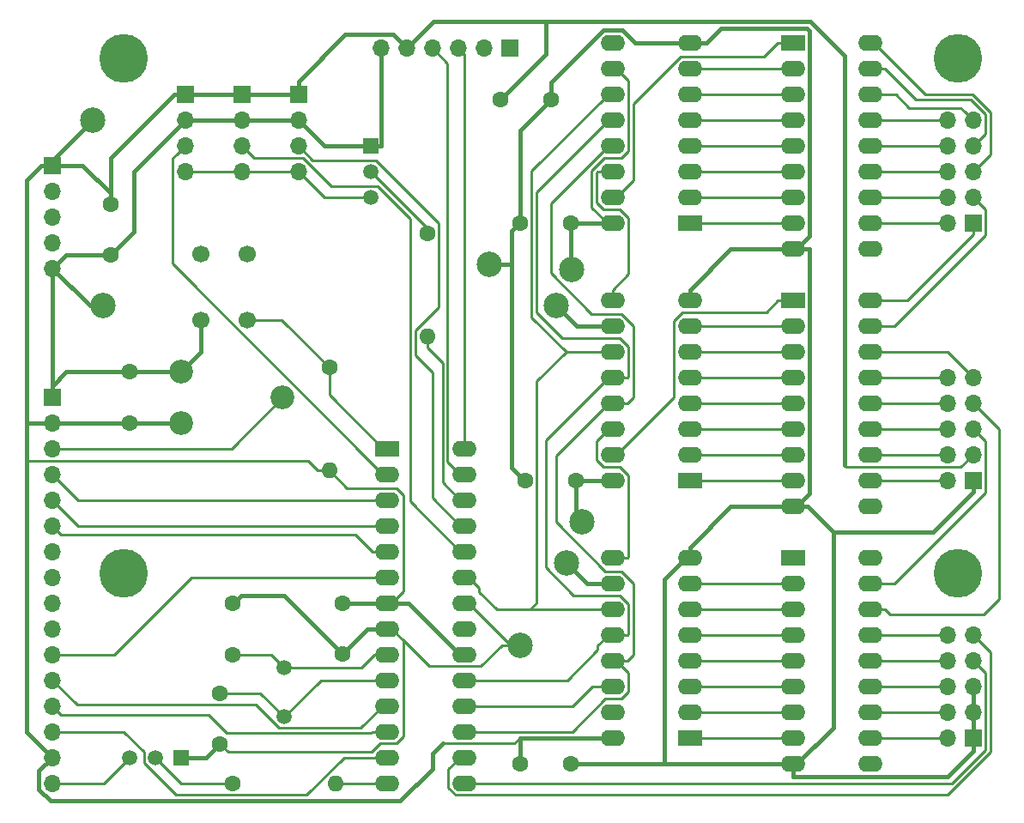
<source format=gtl>
G04 #@! TF.FileFunction,Copper,L1,Top,Signal*
%FSLAX46Y46*%
G04 Gerber Fmt 4.6, Leading zero omitted, Abs format (unit mm)*
G04 Created by KiCad (PCBNEW 4.0.7) date 04/10/18 15:15:30*
%MOMM*%
%LPD*%
G01*
G04 APERTURE LIST*
%ADD10C,0.100000*%
%ADD11C,2.499360*%
%ADD12R,2.400000X1.600000*%
%ADD13O,2.400000X1.600000*%
%ADD14C,4.800000*%
%ADD15R,1.700000X1.700000*%
%ADD16O,1.700000X1.700000*%
%ADD17C,2.340000*%
%ADD18C,1.600000*%
%ADD19C,1.520000*%
%ADD20R,1.520000X1.520000*%
%ADD21O,1.600000X1.600000*%
%ADD22C,1.700000*%
%ADD23C,1.500000*%
%ADD24C,0.450000*%
%ADD25C,0.250000*%
G04 APERTURE END LIST*
D10*
D11*
X66548000Y-79248000D03*
X104648000Y-75184000D03*
X107696000Y-112776000D03*
D12*
X134620000Y-78740000D03*
D13*
X142240000Y-99060000D03*
X134620000Y-81280000D03*
X142240000Y-96520000D03*
X134620000Y-83820000D03*
X142240000Y-93980000D03*
X134620000Y-86360000D03*
X142240000Y-91440000D03*
X134620000Y-88900000D03*
X142240000Y-88900000D03*
X134620000Y-91440000D03*
X142240000Y-86360000D03*
X134620000Y-93980000D03*
X142240000Y-83820000D03*
X134620000Y-96520000D03*
X142240000Y-81280000D03*
X134620000Y-99060000D03*
X142240000Y-78740000D03*
D14*
X68580000Y-105664000D03*
X150876000Y-105664000D03*
X150876000Y-54864000D03*
D12*
X94615000Y-93345000D03*
D13*
X102235000Y-126365000D03*
X94615000Y-95885000D03*
X102235000Y-123825000D03*
X94615000Y-98425000D03*
X102235000Y-121285000D03*
X94615000Y-100965000D03*
X102235000Y-118745000D03*
X94615000Y-103505000D03*
X102235000Y-116205000D03*
X94615000Y-106045000D03*
X102235000Y-113665000D03*
X94615000Y-108585000D03*
X102235000Y-111125000D03*
X94615000Y-111125000D03*
X102235000Y-108585000D03*
X94615000Y-113665000D03*
X102235000Y-106045000D03*
X94615000Y-116205000D03*
X102235000Y-103505000D03*
X94615000Y-118745000D03*
X102235000Y-100965000D03*
X94615000Y-121285000D03*
X102235000Y-98425000D03*
X94615000Y-123825000D03*
X102235000Y-95885000D03*
X94615000Y-126365000D03*
X102235000Y-93345000D03*
D15*
X152400000Y-121920000D03*
D16*
X149860000Y-121920000D03*
X152400000Y-119380000D03*
X149860000Y-119380000D03*
X152400000Y-116840000D03*
X149860000Y-116840000D03*
X152400000Y-114300000D03*
X149860000Y-114300000D03*
X152400000Y-111760000D03*
X149860000Y-111760000D03*
D12*
X134620000Y-53340000D03*
D13*
X142240000Y-73660000D03*
X134620000Y-55880000D03*
X142240000Y-71120000D03*
X134620000Y-58420000D03*
X142240000Y-68580000D03*
X134620000Y-60960000D03*
X142240000Y-66040000D03*
X134620000Y-63500000D03*
X142240000Y-63500000D03*
X134620000Y-66040000D03*
X142240000Y-60960000D03*
X134620000Y-68580000D03*
X142240000Y-58420000D03*
X134620000Y-71120000D03*
X142240000Y-55880000D03*
X134620000Y-73660000D03*
X142240000Y-53340000D03*
D17*
X74295000Y-85805000D03*
X84295000Y-88305000D03*
X74295000Y-90805000D03*
D15*
X61595000Y-88265000D03*
D16*
X61595000Y-90805000D03*
X61595000Y-93345000D03*
X61595000Y-95885000D03*
X61595000Y-98425000D03*
X61595000Y-100965000D03*
X61595000Y-103505000D03*
X61595000Y-106045000D03*
X61595000Y-108585000D03*
X61595000Y-111125000D03*
X61595000Y-113665000D03*
X61595000Y-116205000D03*
X61595000Y-118745000D03*
X61595000Y-121285000D03*
X61595000Y-123825000D03*
X61595000Y-126365000D03*
D18*
X113204000Y-96520000D03*
X108204000Y-96520000D03*
X107696000Y-124460000D03*
X112696000Y-124460000D03*
D15*
X61595000Y-65405000D03*
D16*
X61595000Y-67945000D03*
X61595000Y-70485000D03*
X61595000Y-73025000D03*
X61595000Y-75565000D03*
D15*
X152400000Y-71120000D03*
D16*
X149860000Y-71120000D03*
X152400000Y-68580000D03*
X149860000Y-68580000D03*
X152400000Y-66040000D03*
X149860000Y-66040000D03*
X152400000Y-63500000D03*
X149860000Y-63500000D03*
X152400000Y-60960000D03*
X149860000Y-60960000D03*
D15*
X152400000Y-96520000D03*
D16*
X149860000Y-96520000D03*
X152400000Y-93980000D03*
X149860000Y-93980000D03*
X152400000Y-91440000D03*
X149860000Y-91440000D03*
X152400000Y-88900000D03*
X149860000Y-88900000D03*
X152400000Y-86360000D03*
X149860000Y-86360000D03*
D19*
X71755000Y-123825000D03*
X69215000Y-123825000D03*
D20*
X74295000Y-123825000D03*
D18*
X88900000Y-85344000D03*
D21*
X88900000Y-95504000D03*
D18*
X79375000Y-126365000D03*
D21*
X89535000Y-126365000D03*
D22*
X76272000Y-80668000D03*
X76272000Y-74168000D03*
X80772000Y-80668000D03*
X80772000Y-74168000D03*
D12*
X134620000Y-104140000D03*
D13*
X142240000Y-124460000D03*
X134620000Y-106680000D03*
X142240000Y-121920000D03*
X134620000Y-109220000D03*
X142240000Y-119380000D03*
X134620000Y-111760000D03*
X142240000Y-116840000D03*
X134620000Y-114300000D03*
X142240000Y-114300000D03*
X134620000Y-116840000D03*
X142240000Y-111760000D03*
X134620000Y-119380000D03*
X142240000Y-109220000D03*
X134620000Y-121920000D03*
X142240000Y-106680000D03*
X134620000Y-124460000D03*
X142240000Y-104140000D03*
D23*
X84455000Y-114935000D03*
X84455000Y-119815000D03*
D18*
X112696000Y-71120000D03*
X107696000Y-71120000D03*
X90170000Y-108585000D03*
X90170000Y-113585000D03*
X79375000Y-113665000D03*
X79375000Y-108665000D03*
X78105000Y-117475000D03*
X78105000Y-122475000D03*
X69215000Y-90805000D03*
X69215000Y-85805000D03*
D19*
X92964000Y-66040000D03*
X92964000Y-68580000D03*
D20*
X92964000Y-63500000D03*
D18*
X98552000Y-72136000D03*
D21*
X98552000Y-82296000D03*
D15*
X106680000Y-53848000D03*
D16*
X104140000Y-53848000D03*
X101600000Y-53848000D03*
X99060000Y-53848000D03*
X96520000Y-53848000D03*
X93980000Y-53848000D03*
D18*
X110744000Y-58928000D03*
X105744000Y-58928000D03*
X67310000Y-69215000D03*
X67310000Y-74215000D03*
D12*
X124460000Y-71120000D03*
D13*
X116840000Y-53340000D03*
X124460000Y-68580000D03*
X116840000Y-55880000D03*
X124460000Y-66040000D03*
X116840000Y-58420000D03*
X124460000Y-63500000D03*
X116840000Y-60960000D03*
X124460000Y-60960000D03*
X116840000Y-63500000D03*
X124460000Y-58420000D03*
X116840000Y-66040000D03*
X124460000Y-55880000D03*
X116840000Y-68580000D03*
X124460000Y-53340000D03*
X116840000Y-71120000D03*
D12*
X124460000Y-96520000D03*
D13*
X116840000Y-78740000D03*
X124460000Y-93980000D03*
X116840000Y-81280000D03*
X124460000Y-91440000D03*
X116840000Y-83820000D03*
X124460000Y-88900000D03*
X116840000Y-86360000D03*
X124460000Y-86360000D03*
X116840000Y-88900000D03*
X124460000Y-83820000D03*
X116840000Y-91440000D03*
X124460000Y-81280000D03*
X116840000Y-93980000D03*
X124460000Y-78740000D03*
X116840000Y-96520000D03*
D12*
X124460000Y-121920000D03*
D13*
X116840000Y-104140000D03*
X124460000Y-119380000D03*
X116840000Y-106680000D03*
X124460000Y-116840000D03*
X116840000Y-109220000D03*
X124460000Y-114300000D03*
X116840000Y-111760000D03*
X124460000Y-111760000D03*
X116840000Y-114300000D03*
X124460000Y-109220000D03*
X116840000Y-116840000D03*
X124460000Y-106680000D03*
X116840000Y-119380000D03*
X124460000Y-104140000D03*
X116840000Y-121920000D03*
D15*
X74676000Y-58420000D03*
D16*
X74676000Y-60960000D03*
X74676000Y-63500000D03*
X74676000Y-66040000D03*
D15*
X85852000Y-58420000D03*
D16*
X85852000Y-60960000D03*
X85852000Y-63500000D03*
X85852000Y-66040000D03*
D15*
X80264000Y-58420000D03*
D16*
X80264000Y-60960000D03*
X80264000Y-63500000D03*
X80264000Y-66040000D03*
D11*
X65532000Y-60960000D03*
X112776000Y-75692000D03*
X111252000Y-79248000D03*
X113792000Y-100584000D03*
X112268000Y-104648000D03*
D14*
X68580000Y-54864000D03*
D24*
X61595000Y-75565000D02*
X65278000Y-79248000D01*
X65278000Y-79248000D02*
X66548000Y-79248000D01*
X106896001Y-71919999D02*
X106896001Y-75184000D01*
X106896001Y-75184000D02*
X106896001Y-95212001D01*
X104648000Y-75184000D02*
X106896001Y-75184000D01*
X134620000Y-124460000D02*
X135020000Y-124460000D01*
X135020000Y-124460000D02*
X138610000Y-120870000D01*
X138610000Y-120870000D02*
X138610000Y-101600000D01*
D25*
X102235000Y-108585000D02*
X102635000Y-108585000D01*
X102635000Y-108585000D02*
X106826000Y-112776000D01*
X106826000Y-112776000D02*
X107696000Y-112776000D01*
X107696000Y-112776000D02*
X105928686Y-112776000D01*
X103864676Y-114840010D02*
X98730010Y-114840010D01*
X105928686Y-112776000D02*
X103864676Y-114840010D01*
X98730010Y-114840010D02*
X96190010Y-112300010D01*
X78105000Y-122475000D02*
X78904999Y-123274999D01*
X93918275Y-122460010D02*
X95501705Y-122460010D01*
X78904999Y-123274999D02*
X93103286Y-123274999D01*
X93103286Y-123274999D02*
X93918275Y-122460010D01*
X95501705Y-122460010D02*
X96190010Y-121771705D01*
X96190010Y-121771705D02*
X96190010Y-112300010D01*
X96190010Y-112300010D02*
X95015000Y-111125000D01*
X95015000Y-111125000D02*
X94615000Y-111125000D01*
D24*
X134620000Y-124460000D02*
X134620000Y-125710000D01*
X152400000Y-123220000D02*
X152400000Y-121920000D01*
X134620000Y-125710000D02*
X134645010Y-125735010D01*
X134645010Y-125735010D02*
X149884990Y-125735010D01*
X149884990Y-125735010D02*
X152400000Y-123220000D01*
X124460000Y-53340000D02*
X126110000Y-53340000D01*
X126110000Y-53340000D02*
X127541990Y-51908010D01*
X127541990Y-51908010D02*
X136043012Y-51908010D01*
X136043012Y-51908010D02*
X136295010Y-52160008D01*
X136295010Y-72384990D02*
X135020000Y-73660000D01*
X136295010Y-52160008D02*
X136295010Y-72384990D01*
X135020000Y-73660000D02*
X134620000Y-73660000D01*
X124460000Y-53340000D02*
X119043136Y-53340000D01*
X119043136Y-53340000D02*
X117768126Y-52064990D01*
X115911874Y-52064990D02*
X110744000Y-57232864D01*
X117768126Y-52064990D02*
X115911874Y-52064990D01*
X110744000Y-57232864D02*
X110744000Y-57796630D01*
X110744000Y-57796630D02*
X110744000Y-58928000D01*
X134620000Y-73660000D02*
X136270000Y-73660000D01*
X136270000Y-73660000D02*
X136295010Y-73685010D01*
X136295010Y-73685010D02*
X136295010Y-97784990D01*
X136295010Y-97784990D02*
X135020000Y-99060000D01*
X135020000Y-99060000D02*
X134620000Y-99060000D01*
X112696000Y-124460000D02*
X121920000Y-124460000D01*
X121920000Y-124460000D02*
X134620000Y-124460000D01*
X124460000Y-104140000D02*
X124060000Y-104140000D01*
X124060000Y-104140000D02*
X121920000Y-106280000D01*
X121920000Y-106280000D02*
X121920000Y-124460000D01*
X124060000Y-53340000D02*
X124460000Y-53340000D01*
X110744000Y-58928000D02*
X107696000Y-61976000D01*
X107696000Y-61976000D02*
X107696000Y-71120000D01*
X93980000Y-53848000D02*
X93980000Y-63494000D01*
X93980000Y-63494000D02*
X93974000Y-63500000D01*
X93974000Y-63500000D02*
X92964000Y-63500000D01*
X107696000Y-71120000D02*
X106896001Y-71919999D01*
X107404001Y-95720001D02*
X108204000Y-96520000D01*
X106896001Y-95212001D02*
X107404001Y-95720001D01*
X85852000Y-60960000D02*
X88392000Y-63500000D01*
X88392000Y-63500000D02*
X92964000Y-63500000D01*
X69596000Y-71929000D02*
X69596000Y-66040000D01*
X69596000Y-66040000D02*
X74676000Y-60960000D01*
X67310000Y-74215000D02*
X69596000Y-71929000D01*
X80264000Y-60960000D02*
X85852000Y-60960000D01*
X74676000Y-60960000D02*
X80264000Y-60960000D01*
X69215000Y-85805000D02*
X62955000Y-85805000D01*
X62955000Y-85805000D02*
X61595000Y-87165000D01*
X61595000Y-87165000D02*
X61595000Y-88265000D01*
X102235000Y-108585000D02*
X101835000Y-108585000D01*
X124460000Y-78740000D02*
X124060000Y-78740000D01*
X76272000Y-80668000D02*
X76272000Y-83828000D01*
X76272000Y-83828000D02*
X74295000Y-85805000D01*
X61595000Y-75565000D02*
X62945000Y-74215000D01*
X62945000Y-74215000D02*
X67310000Y-74215000D01*
X152400000Y-119380000D02*
X152400000Y-116840000D01*
X152400000Y-121920000D02*
X152400000Y-120820000D01*
X152400000Y-120820000D02*
X152400000Y-119380000D01*
X148420000Y-101600000D02*
X138610000Y-101600000D01*
X138610000Y-101600000D02*
X136070000Y-99060000D01*
X136070000Y-99060000D02*
X134620000Y-99060000D01*
X152400000Y-96520000D02*
X152400000Y-97620000D01*
X152400000Y-97620000D02*
X148420000Y-101600000D01*
X134620000Y-99060000D02*
X128490000Y-99060000D01*
X128490000Y-99060000D02*
X124460000Y-103090000D01*
X124460000Y-103090000D02*
X124460000Y-104140000D01*
X134620000Y-73660000D02*
X128490000Y-73660000D01*
X128490000Y-73660000D02*
X124460000Y-77690000D01*
X124460000Y-77690000D02*
X124460000Y-78740000D01*
X79375000Y-108665000D02*
X80174999Y-107865001D01*
X80174999Y-107865001D02*
X84450001Y-107865001D01*
X84450001Y-107865001D02*
X89370001Y-112785001D01*
X89370001Y-112785001D02*
X90170000Y-113585000D01*
X90170000Y-113585000D02*
X92630000Y-111125000D01*
X92630000Y-111125000D02*
X94615000Y-111125000D01*
X76755000Y-123825000D02*
X74295000Y-123825000D01*
X78105000Y-122475000D02*
X76755000Y-123825000D01*
X74295000Y-85805000D02*
X69215000Y-85805000D01*
X61595000Y-83185000D02*
X61595000Y-85725000D01*
X61595000Y-85725000D02*
X61595000Y-88265000D01*
X61595000Y-75565000D02*
X61595000Y-83185000D01*
D25*
X88900000Y-85344000D02*
X88900000Y-88030000D01*
X88900000Y-88030000D02*
X94215000Y-93345000D01*
X94215000Y-93345000D02*
X94615000Y-93345000D01*
X80772000Y-80668000D02*
X84224000Y-80668000D01*
X84224000Y-80668000D02*
X88900000Y-85344000D01*
X95100000Y-92860000D02*
X94615000Y-93345000D01*
X99060000Y-85852000D02*
X99060000Y-98190000D01*
X99060000Y-98190000D02*
X101835000Y-100965000D01*
X101835000Y-100965000D02*
X102235000Y-100965000D01*
X97376999Y-84168999D02*
X99060000Y-85852000D01*
X85852000Y-63500000D02*
X87256999Y-64904999D01*
X87256999Y-64904999D02*
X93508801Y-64904999D01*
X93508801Y-64904999D02*
X99727001Y-71123199D01*
X99727001Y-71123199D02*
X99727001Y-79381997D01*
X99727001Y-79381997D02*
X97376999Y-81731999D01*
X97376999Y-81731999D02*
X97376999Y-84168999D01*
X94615000Y-100965000D02*
X64135000Y-100965000D01*
X64135000Y-100965000D02*
X61595000Y-98425000D01*
X102235000Y-103505000D02*
X101835000Y-103505000D01*
X101835000Y-103505000D02*
X96876991Y-98546991D01*
X93661879Y-67444999D02*
X89070001Y-67444999D01*
X96876991Y-98546991D02*
X96876991Y-70660111D01*
X96876991Y-70660111D02*
X93661879Y-67444999D01*
X89070001Y-67444999D02*
X86350003Y-64725001D01*
X86350003Y-64725001D02*
X81489001Y-64725001D01*
X81113999Y-64349999D02*
X80264000Y-63500000D01*
X81489001Y-64725001D02*
X81113999Y-64349999D01*
X102235000Y-103505000D02*
X102635000Y-103505000D01*
X94615000Y-103505000D02*
X93165000Y-103505000D01*
X93165000Y-103505000D02*
X91474999Y-101814999D01*
X91474999Y-101814999D02*
X62444999Y-101814999D01*
X62444999Y-101814999D02*
X61595000Y-100965000D01*
X116840000Y-88900000D02*
X118290000Y-88900000D01*
X118290000Y-88900000D02*
X118915020Y-88274980D01*
X118915020Y-88274980D02*
X118915020Y-81293305D01*
X118915020Y-81293305D02*
X117726705Y-80104990D01*
X117726705Y-80104990D02*
X114784461Y-80104990D01*
X110744000Y-76064529D02*
X110744000Y-69196000D01*
X116440000Y-63500000D02*
X116840000Y-63500000D01*
X114784461Y-80104990D02*
X110744000Y-76064529D01*
X110744000Y-69196000D02*
X116440000Y-63500000D01*
X117240000Y-88900000D02*
X116840000Y-88900000D01*
X102235000Y-121285000D02*
X112873285Y-121285000D01*
X112873285Y-121285000D02*
X116143275Y-118015010D01*
X116143275Y-118015010D02*
X117726705Y-118015010D01*
X117726705Y-118015010D02*
X118415010Y-117326705D01*
X118415010Y-117326705D02*
X118415010Y-115475010D01*
X118415010Y-115475010D02*
X117240000Y-114300000D01*
X117240000Y-114300000D02*
X116840000Y-114300000D01*
X111252000Y-100613715D02*
X111252000Y-94088000D01*
X111252000Y-94088000D02*
X116440000Y-88900000D01*
X116440000Y-88900000D02*
X116840000Y-88900000D01*
X116840000Y-114300000D02*
X118290000Y-114300000D01*
X118290000Y-114300000D02*
X118915020Y-113674980D01*
X118915020Y-113674980D02*
X118915020Y-106693305D01*
X118915020Y-106693305D02*
X117726705Y-105504990D01*
X116143275Y-105504990D02*
X111252000Y-100613715D01*
X117726705Y-105504990D02*
X116143275Y-105504990D01*
X116440000Y-114300000D02*
X116840000Y-114300000D01*
X102235000Y-121285000D02*
X102713285Y-121285000D01*
X102235000Y-121285000D02*
X101835000Y-121285000D01*
X94615000Y-98425000D02*
X64135000Y-98425000D01*
X64135000Y-98425000D02*
X61595000Y-95885000D01*
X152400000Y-114300000D02*
X153625001Y-115525001D01*
X153625001Y-115525001D02*
X153625001Y-123070001D01*
X153625001Y-123070001D02*
X150330002Y-126365000D01*
X103685000Y-126365000D02*
X102235000Y-126365000D01*
X150330002Y-126365000D02*
X103685000Y-126365000D01*
X75311000Y-106045000D02*
X67691000Y-113665000D01*
X67691000Y-113665000D02*
X61595000Y-113665000D01*
X94615000Y-106045000D02*
X75311000Y-106045000D01*
X152400000Y-111760000D02*
X154125011Y-113485011D01*
X100659990Y-125000010D02*
X101835000Y-123825000D01*
X154125011Y-113485011D02*
X154125011Y-123277111D01*
X101835000Y-123825000D02*
X102235000Y-123825000D01*
X154125011Y-123277111D02*
X149862112Y-127540010D01*
X149862112Y-127540010D02*
X101348295Y-127540010D01*
X101348295Y-127540010D02*
X100659990Y-126851705D01*
X100659990Y-126851705D02*
X100659990Y-125000010D01*
X152400000Y-111760000D02*
X151673002Y-111760000D01*
X61595000Y-116205000D02*
X64040001Y-118650001D01*
X64040001Y-118650001D02*
X81624999Y-118650001D01*
X81624999Y-118650001D02*
X83914999Y-120940001D01*
X83914999Y-120940001D02*
X92019999Y-120940001D01*
X92019999Y-120940001D02*
X94215000Y-118745000D01*
X94215000Y-118745000D02*
X94615000Y-118745000D01*
X112268000Y-83820000D02*
X108871001Y-80423001D01*
X108871001Y-80423001D02*
X108871001Y-65988999D01*
X108871001Y-65988999D02*
X116440000Y-58420000D01*
X116440000Y-58420000D02*
X116840000Y-58420000D01*
X112268000Y-83820000D02*
X116840000Y-83820000D01*
X116840000Y-109220000D02*
X108712000Y-109220000D01*
X108712000Y-109220000D02*
X105410000Y-109220000D01*
X112268000Y-83820000D02*
X109379001Y-86708999D01*
X109379001Y-86708999D02*
X109379001Y-108552999D01*
X109379001Y-108552999D02*
X108712000Y-109220000D01*
X105410000Y-109220000D02*
X103685000Y-107495000D01*
X103685000Y-107495000D02*
X103685000Y-107095000D01*
X103685000Y-107095000D02*
X102635000Y-106045000D01*
X102635000Y-106045000D02*
X102235000Y-106045000D01*
X116440000Y-109220000D02*
X116840000Y-109220000D01*
X112903000Y-118745000D02*
X114808000Y-116840000D01*
X114808000Y-116840000D02*
X116840000Y-116840000D01*
X102235000Y-118745000D02*
X112903000Y-118745000D01*
X102235000Y-118745000D02*
X101835000Y-118745000D01*
X102235000Y-118745000D02*
X102635000Y-118745000D01*
X116440000Y-116840000D02*
X116840000Y-116840000D01*
X116840000Y-116840000D02*
X117240000Y-116840000D01*
X61595000Y-121285000D02*
X68624800Y-121285000D01*
X68624800Y-121285000D02*
X70619999Y-123280199D01*
X70619999Y-123280199D02*
X70619999Y-124369801D01*
X70619999Y-124369801D02*
X73790199Y-127540001D01*
X73790199Y-127540001D02*
X86620997Y-127540001D01*
X93165000Y-123825000D02*
X94615000Y-123825000D01*
X86620997Y-127540001D02*
X90335998Y-123825000D01*
X90335998Y-123825000D02*
X93165000Y-123825000D01*
X109371011Y-79907011D02*
X109371011Y-68028989D01*
X116440000Y-60960000D02*
X116840000Y-60960000D01*
X109371011Y-68028989D02*
X116440000Y-60960000D01*
X111919010Y-82455010D02*
X109371011Y-79907011D01*
X116840000Y-86360000D02*
X118290000Y-86360000D01*
X118290000Y-86360000D02*
X118415010Y-86234990D01*
X118415010Y-83333295D02*
X117536725Y-82455010D01*
X118415010Y-86234990D02*
X118415010Y-83333295D01*
X117536725Y-82455010D02*
X111919010Y-82455010D01*
X110236000Y-105075002D02*
X110236000Y-92564000D01*
X110236000Y-92564000D02*
X116440000Y-86360000D01*
X116440000Y-86360000D02*
X116840000Y-86360000D01*
X116840000Y-111760000D02*
X118290000Y-111760000D01*
X118290000Y-111760000D02*
X118415010Y-111634990D01*
X118415010Y-111634990D02*
X118415010Y-108733295D01*
X118415010Y-108733295D02*
X117536725Y-107855010D01*
X117536725Y-107855010D02*
X113016008Y-107855010D01*
X113016008Y-107855010D02*
X110236000Y-105075002D01*
X117240000Y-111760000D02*
X116840000Y-111760000D01*
X116840000Y-86360000D02*
X117240000Y-86360000D01*
X102235000Y-116205000D02*
X112395000Y-116205000D01*
X112395000Y-116205000D02*
X115390000Y-113210000D01*
X115390000Y-113210000D02*
X115390000Y-112810000D01*
X115390000Y-112810000D02*
X116440000Y-111760000D01*
X116440000Y-111760000D02*
X116840000Y-111760000D01*
X116840000Y-111760000D02*
X116840000Y-111281715D01*
X94615000Y-121285000D02*
X93165000Y-121285000D01*
X93165000Y-121285000D02*
X93009989Y-121440011D01*
X93009989Y-121440011D02*
X78809013Y-121440011D01*
X78809013Y-121440011D02*
X76964001Y-119594999D01*
X76964001Y-119594999D02*
X62444999Y-119594999D01*
X62444999Y-119594999D02*
X61595000Y-118745000D01*
X89535000Y-126365000D02*
X94615000Y-126365000D01*
X95015000Y-126365000D02*
X94615000Y-126365000D01*
X99060000Y-53848000D02*
X100576010Y-55364010D01*
X101835000Y-95885000D02*
X102235000Y-95885000D01*
X100576010Y-55364010D02*
X100576010Y-94626010D01*
X100576010Y-94626010D02*
X101835000Y-95885000D01*
X102635000Y-95885000D02*
X102235000Y-95885000D01*
X94615000Y-95885000D02*
X94215000Y-95885000D01*
X73450999Y-64725001D02*
X73826001Y-64349999D01*
X94215000Y-95885000D02*
X73450999Y-75120999D01*
X73450999Y-75120999D02*
X73450999Y-64725001D01*
X73826001Y-64349999D02*
X74676000Y-63500000D01*
X94615000Y-95885000D02*
X94175998Y-95885000D01*
X95015000Y-95885000D02*
X94615000Y-95885000D01*
X102235000Y-93345000D02*
X102235000Y-54483000D01*
X102235000Y-54483000D02*
X101600000Y-53848000D01*
X102635000Y-93345000D02*
X102235000Y-93345000D01*
X152400000Y-71120000D02*
X152400000Y-72220000D01*
X152400000Y-72220000D02*
X145880000Y-78740000D01*
X145880000Y-78740000D02*
X143690000Y-78740000D01*
X143690000Y-78740000D02*
X142240000Y-78740000D01*
X142240000Y-71120000D02*
X149860000Y-71120000D01*
X152400000Y-68580000D02*
X153625001Y-69805001D01*
X153625001Y-69805001D02*
X153625001Y-72270001D01*
X143690000Y-81280000D02*
X142240000Y-81280000D01*
X153625001Y-72270001D02*
X144615002Y-81280000D01*
X144615002Y-81280000D02*
X143690000Y-81280000D01*
X142240000Y-68580000D02*
X149860000Y-68580000D01*
X142240000Y-53340000D02*
X142640000Y-53340000D01*
X142640000Y-53340000D02*
X147727990Y-58427990D01*
X153249999Y-65190001D02*
X152400000Y-66040000D01*
X147727990Y-58427990D02*
X152388112Y-58427990D01*
X152388112Y-58427990D02*
X154125011Y-60164889D01*
X154125011Y-64314989D02*
X153249999Y-65190001D01*
X154125011Y-60164889D02*
X154125011Y-64314989D01*
X142240000Y-66040000D02*
X149860000Y-66040000D01*
X146738000Y-58928000D02*
X152181002Y-58928000D01*
X153625001Y-60371999D02*
X153625001Y-62274999D01*
X152181002Y-58928000D02*
X153625001Y-60371999D01*
X153625001Y-62274999D02*
X153249999Y-62650001D01*
X153249999Y-62650001D02*
X152400000Y-63500000D01*
X142240000Y-55880000D02*
X143690000Y-55880000D01*
X143690000Y-55880000D02*
X146738000Y-58928000D01*
X142240000Y-63500000D02*
X149860000Y-63500000D01*
X144780000Y-58420000D02*
X146094999Y-59734999D01*
X146094999Y-59734999D02*
X151174999Y-59734999D01*
X151174999Y-59734999D02*
X151550001Y-60110001D01*
X151550001Y-60110001D02*
X152400000Y-60960000D01*
X142240000Y-58420000D02*
X144780000Y-58420000D01*
X142240000Y-58420000D02*
X141840000Y-58420000D01*
X142240000Y-60960000D02*
X149860000Y-60960000D01*
X142240000Y-96520000D02*
X149860000Y-96520000D01*
X142240000Y-93980000D02*
X149860000Y-93980000D01*
X152400000Y-91440000D02*
X153625001Y-92665001D01*
X153625001Y-92665001D02*
X153625001Y-97670001D01*
X153625001Y-97670001D02*
X144615002Y-106680000D01*
X144615002Y-106680000D02*
X143690000Y-106680000D01*
X143690000Y-106680000D02*
X142240000Y-106680000D01*
X142240000Y-91440000D02*
X149860000Y-91440000D01*
X142240000Y-109220000D02*
X143690000Y-109220000D01*
X154940000Y-108204000D02*
X154940000Y-91440000D01*
X143690000Y-109220000D02*
X144198000Y-109728000D01*
X144198000Y-109728000D02*
X153416000Y-109728000D01*
X153416000Y-109728000D02*
X154940000Y-108204000D01*
X154940000Y-91440000D02*
X152400000Y-88900000D01*
X142240000Y-88900000D02*
X149860000Y-88900000D01*
X142240000Y-83820000D02*
X149860000Y-83820000D01*
X149860000Y-83820000D02*
X152400000Y-86360000D01*
X142240000Y-86360000D02*
X149860000Y-86360000D01*
X142240000Y-121920000D02*
X149860000Y-121920000D01*
X142240000Y-119380000D02*
X149860000Y-119380000D01*
X142240000Y-116840000D02*
X149860000Y-116840000D01*
X142240000Y-114300000D02*
X149860000Y-114300000D01*
X142240000Y-111760000D02*
X149860000Y-111760000D01*
X71755000Y-123825000D02*
X74295000Y-126365000D01*
X74295000Y-126365000D02*
X79375000Y-126365000D01*
X66675000Y-126365000D02*
X61595000Y-126365000D01*
X69215000Y-123825000D02*
X66675000Y-126365000D01*
X84295000Y-88305000D02*
X79255000Y-93345000D01*
X79255000Y-93345000D02*
X61595000Y-93345000D01*
X134620000Y-71120000D02*
X124460000Y-71120000D01*
X117240000Y-53340000D02*
X116840000Y-53340000D01*
X124460000Y-68580000D02*
X134620000Y-68580000D01*
X134620000Y-66040000D02*
X124460000Y-66040000D01*
X124460000Y-63500000D02*
X134620000Y-63500000D01*
X124460000Y-60960000D02*
X134620000Y-60960000D01*
X124460000Y-58420000D02*
X134620000Y-58420000D01*
X124460000Y-55880000D02*
X134620000Y-55880000D01*
X134620000Y-53340000D02*
X133170000Y-53340000D01*
X133170000Y-53340000D02*
X131805010Y-54704990D01*
X131805010Y-54704990D02*
X123573295Y-54704990D01*
X123573295Y-54704990D02*
X118915020Y-59363265D01*
X118915020Y-59363265D02*
X118915020Y-66904980D01*
X118915020Y-66904980D02*
X117240000Y-68580000D01*
X117240000Y-68580000D02*
X116840000Y-68580000D01*
X124460000Y-96520000D02*
X134620000Y-96520000D01*
X124460000Y-93980000D02*
X134620000Y-93980000D01*
X124460000Y-91440000D02*
X134620000Y-91440000D01*
X124460000Y-88900000D02*
X134620000Y-88900000D01*
X124460000Y-86360000D02*
X134620000Y-86360000D01*
X124460000Y-83820000D02*
X134620000Y-83820000D01*
X124460000Y-81280000D02*
X134620000Y-81280000D01*
X116840000Y-93980000D02*
X117240000Y-93980000D01*
X117240000Y-93980000D02*
X122884990Y-88335010D01*
X122884990Y-88335010D02*
X122884990Y-80793295D01*
X122884990Y-80793295D02*
X123763275Y-79915010D01*
X134620000Y-78740000D02*
X133170000Y-78740000D01*
X133170000Y-78740000D02*
X131994990Y-79915010D01*
X131994990Y-79915010D02*
X123763275Y-79915010D01*
X124460000Y-121920000D02*
X134620000Y-121920000D01*
X134620000Y-119380000D02*
X124460000Y-119380000D01*
X134620000Y-116840000D02*
X124460000Y-116840000D01*
X134620000Y-114300000D02*
X124460000Y-114300000D01*
X134620000Y-111760000D02*
X124460000Y-111760000D01*
X134620000Y-109220000D02*
X124460000Y-109220000D01*
X134620000Y-106680000D02*
X124460000Y-106680000D01*
X93345000Y-113665000D02*
X94615000Y-113665000D01*
X92075000Y-114935000D02*
X93345000Y-113665000D01*
X84455000Y-114935000D02*
X92075000Y-114935000D01*
X79375000Y-113665000D02*
X83185000Y-113665000D01*
X83185000Y-113665000D02*
X84455000Y-114935000D01*
X84455000Y-119815000D02*
X88065000Y-116205000D01*
X88065000Y-116205000D02*
X94615000Y-116205000D01*
X78105000Y-117475000D02*
X82115000Y-117475000D01*
X82115000Y-117475000D02*
X84455000Y-119815000D01*
X100076000Y-84951370D02*
X100076000Y-96666000D01*
X100076000Y-96666000D02*
X101835000Y-98425000D01*
X101835000Y-98425000D02*
X102235000Y-98425000D01*
X98552000Y-82296000D02*
X98552000Y-83427370D01*
X98552000Y-83427370D02*
X100076000Y-84951370D01*
X102635000Y-98425000D02*
X102235000Y-98425000D01*
X92964000Y-66040000D02*
X98552000Y-71628000D01*
X98552000Y-71628000D02*
X98552000Y-72136000D01*
X92964000Y-68580000D02*
X88392000Y-68580000D01*
X88392000Y-68580000D02*
X85852000Y-66040000D01*
X80264000Y-66040000D02*
X85852000Y-66040000D01*
X74676000Y-66040000D02*
X80264000Y-66040000D01*
X116840000Y-66040000D02*
X115390000Y-66040000D01*
X115390000Y-66040000D02*
X115264990Y-66165010D01*
X115264990Y-66165010D02*
X115264990Y-69066705D01*
X118415010Y-76114990D02*
X116840000Y-77690000D01*
X115264990Y-69066705D02*
X115953295Y-69755010D01*
X115953295Y-69755010D02*
X117536725Y-69755010D01*
X117536725Y-69755010D02*
X118415010Y-70633295D01*
X118415010Y-70633295D02*
X118415010Y-76114990D01*
X116840000Y-77690000D02*
X116840000Y-78740000D01*
X116440000Y-78740000D02*
X116840000Y-78740000D01*
X116840000Y-104140000D02*
X118290000Y-104140000D01*
X118290000Y-104140000D02*
X118415010Y-104014990D01*
X118415010Y-104014990D02*
X118415010Y-96033295D01*
X115264990Y-92615010D02*
X116440000Y-91440000D01*
X118415010Y-96033295D02*
X117536725Y-95155010D01*
X117536725Y-95155010D02*
X115953295Y-95155010D01*
X115953295Y-95155010D02*
X115264990Y-94466705D01*
X115264990Y-94466705D02*
X115264990Y-92615010D01*
X116440000Y-91440000D02*
X116840000Y-91440000D01*
X116840000Y-91440000D02*
X117240000Y-91440000D01*
X88900000Y-95504000D02*
X90645990Y-97249990D01*
X96190010Y-97938295D02*
X96190010Y-107409990D01*
X96190010Y-107409990D02*
X95015000Y-108585000D01*
X90645990Y-97249990D02*
X95501705Y-97249990D01*
X95501705Y-97249990D02*
X96190010Y-97938295D01*
X95015000Y-108585000D02*
X94615000Y-108585000D01*
X88900000Y-95504000D02*
X87768630Y-95504000D01*
X87768630Y-95504000D02*
X86834631Y-94570001D01*
X86834631Y-94570001D02*
X59137001Y-94570001D01*
X59137001Y-94570001D02*
X59055000Y-94488000D01*
X116840000Y-55880000D02*
X117240000Y-55880000D01*
X118415010Y-63986705D02*
X117726705Y-64675010D01*
X117240000Y-55880000D02*
X118415010Y-57055010D01*
X118415010Y-57055010D02*
X118415010Y-63986705D01*
X117726705Y-64675010D02*
X116047870Y-64675010D01*
X116047870Y-64675010D02*
X114764980Y-65957900D01*
X114764980Y-65957900D02*
X114764980Y-69552980D01*
X114764980Y-69552980D02*
X116332000Y-71120000D01*
X116332000Y-71120000D02*
X116840000Y-71120000D01*
D24*
X99160000Y-51208000D02*
X110236000Y-51208000D01*
X110236000Y-51208000D02*
X136332965Y-51208000D01*
X105744000Y-58928000D02*
X110236000Y-54436000D01*
X110236000Y-54436000D02*
X110236000Y-51208000D01*
D25*
X100076000Y-122428000D02*
X101316285Y-122428000D01*
X107155990Y-122460010D02*
X107696000Y-121920000D01*
X101316285Y-122428000D02*
X101348295Y-122460010D01*
X101348295Y-122460010D02*
X107155990Y-122460010D01*
D24*
X99060000Y-123444000D02*
X100076000Y-122428000D01*
X99060000Y-124968000D02*
X99060000Y-123444000D01*
X95887989Y-128140011D02*
X99060000Y-124968000D01*
X61595000Y-123825000D02*
X60269999Y-125150001D01*
X61409009Y-128140011D02*
X95887989Y-128140011D01*
X60269999Y-125150001D02*
X60269999Y-127001001D01*
X60269999Y-127001001D02*
X61409009Y-128140011D01*
D25*
X152400000Y-93980000D02*
X151174999Y-95205001D01*
X151174999Y-95205001D02*
X139909001Y-95205001D01*
X139909001Y-95205001D02*
X139700000Y-94996000D01*
D24*
X139700000Y-54575035D02*
X139700000Y-94996000D01*
X96520000Y-53848000D02*
X99160000Y-51208000D01*
X136332965Y-51208000D02*
X139700000Y-54575035D01*
X85852000Y-58420000D02*
X85852000Y-57120000D01*
X85852000Y-57120000D02*
X90449001Y-52522999D01*
X90449001Y-52522999D02*
X95194999Y-52522999D01*
X95194999Y-52522999D02*
X95670001Y-52998001D01*
X95670001Y-52998001D02*
X96520000Y-53848000D01*
X116840000Y-121920000D02*
X107696000Y-121920000D01*
X107696000Y-124460000D02*
X107696000Y-121920000D01*
X112268000Y-104648000D02*
X114300000Y-106680000D01*
X114300000Y-106680000D02*
X116840000Y-106680000D01*
X113204000Y-96520000D02*
X113204000Y-99996000D01*
X113204000Y-99996000D02*
X113792000Y-100584000D01*
X65532000Y-60960000D02*
X61595000Y-64897000D01*
X61595000Y-64897000D02*
X61595000Y-65405000D01*
X111252000Y-79248000D02*
X113284000Y-81280000D01*
X113284000Y-81280000D02*
X116840000Y-81280000D01*
X112696000Y-71120000D02*
X112696000Y-75612000D01*
X112696000Y-75612000D02*
X112776000Y-75692000D01*
X80264000Y-58420000D02*
X85852000Y-58420000D01*
X74676000Y-58420000D02*
X80264000Y-58420000D01*
X67310000Y-69215000D02*
X67310000Y-64686000D01*
X67310000Y-64686000D02*
X73576000Y-58420000D01*
X73576000Y-58420000D02*
X74676000Y-58420000D01*
X61595000Y-90805000D02*
X59055000Y-90805000D01*
X102235000Y-113665000D02*
X101835000Y-113665000D01*
X101835000Y-113665000D02*
X96755000Y-108585000D01*
X96755000Y-108585000D02*
X94615000Y-108585000D01*
X113204000Y-96520000D02*
X116840000Y-96520000D01*
X112696000Y-71120000D02*
X116840000Y-71120000D01*
X59055000Y-121285000D02*
X59055000Y-94488000D01*
X59055000Y-94488000D02*
X59055000Y-90805000D01*
X61595000Y-65405000D02*
X64550000Y-65405000D01*
X64550000Y-65405000D02*
X67310000Y-68165000D01*
X67310000Y-68165000D02*
X67310000Y-69215000D01*
X90170000Y-108585000D02*
X94615000Y-108585000D01*
X59055000Y-90805000D02*
X59055000Y-66845000D01*
X59055000Y-66845000D02*
X60495000Y-65405000D01*
X60495000Y-65405000D02*
X61595000Y-65405000D01*
X61595000Y-123825000D02*
X59055000Y-121285000D01*
X74295000Y-90805000D02*
X69215000Y-90805000D01*
X69215000Y-90805000D02*
X61595000Y-90805000D01*
M02*

</source>
